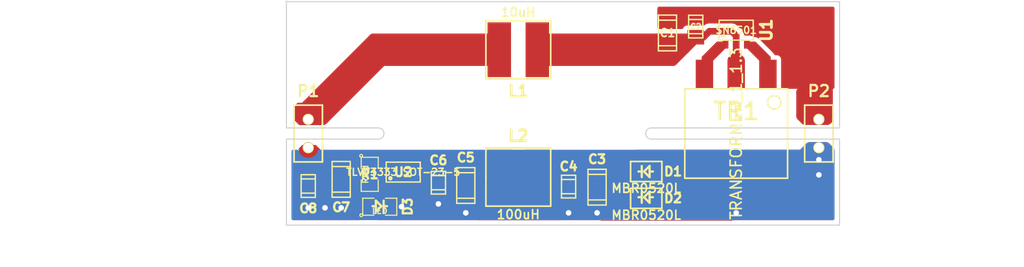
<source format=kicad_pcb>
(kicad_pcb (version 3) (host pcbnew "(2013-07-07 BZR 4022)-stable")

  (general
    (links 35)
    (no_connects 0)
    (area 74.500002 87.943503 163.864286 113.700001)
    (thickness 1.6)
    (drawings 41)
    (tracks 196)
    (zones 0)
    (modules 19)
    (nets 13)
  )

  (page A3)
  (title_block 
    (title "C2000 Launchpad (LAUNCHXL-F28027) isolated supply PCB")
    (rev A)
    (company "Mikolaj Stawiski")
    (comment 1 mikolaj.stawiski@gmail.com)
  )

  (layers
    (15 F.Cu signal)
    (0 B.Cu signal)
    (19 F.Paste user)
    (21 F.SilkS user)
    (22 B.Mask user)
    (23 F.Mask user)
    (24 Dwgs.User user)
    (28 Edge.Cuts user)
  )

  (setup
    (last_trace_width 0.254)
    (user_trace_width 0.5)
    (user_trace_width 0.6)
    (user_trace_width 0.7)
    (user_trace_width 0.8)
    (user_trace_width 1)
    (trace_clearance 0.254)
    (zone_clearance 0.4)
    (zone_45_only yes)
    (trace_min 0.254)
    (segment_width 0.2)
    (edge_width 0.1)
    (via_size 1)
    (via_drill 0.5)
    (via_min_size 0.8)
    (via_min_drill 0.5)
    (uvia_size 0.508)
    (uvia_drill 0.127)
    (uvias_allowed no)
    (uvia_min_size 0.508)
    (uvia_min_drill 0.127)
    (pcb_text_width 0.3)
    (pcb_text_size 1.5 1.5)
    (mod_edge_width 0.15)
    (mod_text_size 1 1)
    (mod_text_width 0.15)
    (pad_size 1.3 1.3)
    (pad_drill 0.8)
    (pad_to_mask_clearance 0.1)
    (solder_mask_min_width 0.2)
    (aux_axis_origin 98 88)
    (visible_elements 7FFF7FFF)
    (pcbplotparams
      (layerselection 2097152)
      (usegerberextensions false)
      (excludeedgelayer true)
      (linewidth 0.150000)
      (plotframeref false)
      (viasonmask false)
      (mode 1)
      (useauxorigin false)
      (hpglpennumber 1)
      (hpglpenspeed 20)
      (hpglpendiameter 15)
      (hpglpenoverlay 2)
      (psnegative false)
      (psa4output false)
      (plotreference true)
      (plotvalue false)
      (plotothertext false)
      (plotinvisibletext false)
      (padsonsilk false)
      (subtractmaskfromsilk false)
      (outputformat 5)
      (mirror false)
      (drillshape 0)
      (scaleselection 1)
      (outputdirectory svg/))
  )

  (net 0 "")
  (net 1 3.3V)
  (net 2 "3.3V isol")
  (net 3 GND)
  (net 4 GND_isol)
  (net 5 N-000001)
  (net 6 N-0000010)
  (net 7 N-0000011)
  (net 8 N-0000012)
  (net 9 N-000002)
  (net 10 N-000003)
  (net 11 N-000007)
  (net 12 N-000009)

  (net_class Default "To jest domyślna klasa połączeń."
    (clearance 0.254)
    (trace_width 0.254)
    (via_dia 1)
    (via_drill 0.5)
    (uvia_dia 0.508)
    (uvia_drill 0.127)
    (add_net "")
    (add_net 3.3V)
    (add_net "3.3V isol")
    (add_net GND)
    (add_net GND_isol)
    (add_net N-000001)
    (add_net N-0000010)
    (add_net N-0000011)
    (add_net N-0000012)
    (add_net N-000002)
    (add_net N-000003)
    (add_net N-000007)
    (add_net N-000009)
  )

  (module SOT23-5 (layer F.Cu) (tedit 5908B890) (tstamp 559BBDB3)
    (at 138.25 90.55)
    (path /5599056C)
    (attr smd)
    (fp_text reference U1 (at 2.7 0 90) (layer F.SilkS)
      (effects (font (size 1 1) (thickness 0.25)))
    )
    (fp_text value SN6501 (at 0 0) (layer F.SilkS)
      (effects (font (size 0.635 0.635) (thickness 0.127)))
    )
    (fp_line (start 1.524 -0.889) (end 1.524 0.889) (layer F.SilkS) (width 0.127))
    (fp_line (start 1.524 0.889) (end -1.524 0.889) (layer F.SilkS) (width 0.127))
    (fp_line (start -1.524 0.889) (end -1.524 -0.889) (layer F.SilkS) (width 0.127))
    (fp_line (start -1.524 -0.889) (end 1.524 -0.889) (layer F.SilkS) (width 0.127))
    (pad 1 smd rect (at -0.9525 1.27) (size 0.508 0.762)
      (layers F.Cu F.Paste F.Mask)
      (net 11 N-000007)
    )
    (pad 3 smd rect (at 0.9525 1.27) (size 0.508 0.762)
      (layers F.Cu F.Paste F.Mask)
      (net 10 N-000003)
    )
    (pad 5 smd rect (at -0.9525 -1.27) (size 0.508 0.762)
      (layers F.Cu F.Paste F.Mask)
      (net 3 GND)
    )
    (pad 2 smd rect (at 0 1.27) (size 0.508 0.762)
      (layers F.Cu F.Paste F.Mask)
      (net 5 N-000001)
    )
    (pad 4 smd rect (at 0.9525 -1.27) (size 0.508 0.762)
      (layers F.Cu F.Paste F.Mask)
      (net 3 GND)
    )
    (model smd/SOT23_5.wrl
      (at (xyz 0 0 0))
      (scale (xyz 0.1 0.1 0.1))
      (rotate (xyz 0 0 0))
    )
  )

  (module SOT23-5 (layer F.Cu) (tedit 5908B8FC) (tstamp 559BBDC0)
    (at 108.45 103.25)
    (path /559AD40B)
    (attr smd)
    (fp_text reference U2 (at 0 0) (layer F.SilkS)
      (effects (font (size 0.8 0.8) (thickness 0.2)))
    )
    (fp_text value "TLV73333 SOT-23-5" (at 0 0) (layer F.SilkS)
      (effects (font (size 0.635 0.635) (thickness 0.127)))
    )
    (fp_line (start 1.524 -0.889) (end 1.524 0.889) (layer F.SilkS) (width 0.127))
    (fp_line (start 1.524 0.889) (end -1.524 0.889) (layer F.SilkS) (width 0.127))
    (fp_line (start -1.524 0.889) (end -1.524 -0.889) (layer F.SilkS) (width 0.127))
    (fp_line (start -1.524 -0.889) (end 1.524 -0.889) (layer F.SilkS) (width 0.127))
    (pad 1 smd rect (at -0.9525 1.27) (size 0.508 0.762)
      (layers F.Cu F.Paste F.Mask)
      (net 8 N-0000012)
    )
    (pad 3 smd rect (at 0.9525 1.27) (size 0.508 0.762)
      (layers F.Cu F.Paste F.Mask)
      (net 8 N-0000012)
    )
    (pad 5 smd rect (at -0.9525 -1.27) (size 0.508 0.762)
      (layers F.Cu F.Paste F.Mask)
      (net 2 "3.3V isol")
    )
    (pad 2 smd rect (at 0 1.27) (size 0.508 0.762)
      (layers F.Cu F.Paste F.Mask)
      (net 4 GND_isol)
    )
    (pad 4 smd rect (at 0.9525 -1.27) (size 0.508 0.762)
      (layers F.Cu F.Paste F.Mask)
    )
    (model smd/SOT23_5.wrl
      (at (xyz 0 0 0))
      (scale (xyz 0.1 0.1 0.1))
      (rotate (xyz 0 0 0))
    )
  )

  (module SOD-123 (layer F.Cu) (tedit 5908BDD8) (tstamp 559BBDCE)
    (at 130.2 103.2 180)
    (path /55991307)
    (fp_text reference D1 (at -2.4 0 180) (layer F.SilkS)
      (effects (font (size 0.8 0.8) (thickness 0.2)))
    )
    (fp_text value MBR0520L (at 0 -1.5 180) (layer F.SilkS)
      (effects (font (size 0.8 0.8) (thickness 0.15)))
    )
    (fp_line (start 0 -0.9) (end -1.4 -0.9) (layer F.SilkS) (width 0.15))
    (fp_line (start -1.4 -0.9) (end -1.4 0) (layer F.SilkS) (width 0.15))
    (fp_line (start -1.4 0) (end -1.4 0.9) (layer F.SilkS) (width 0.15))
    (fp_line (start -1.4 0.9) (end 0 0.9) (layer F.SilkS) (width 0.15))
    (fp_line (start 0 0.9) (end 1.4 0.9) (layer F.SilkS) (width 0.15))
    (fp_line (start 1.4 0.9) (end 1.4 0) (layer F.SilkS) (width 0.15))
    (fp_line (start 1.4 0) (end 1.4 -0.9) (layer F.SilkS) (width 0.15))
    (fp_line (start 1.4 -0.9) (end 0 -0.9) (layer F.SilkS) (width 0.15))
    (pad 1 smd rect (at -1.635 0 180) (size 0.91 1.22)
      (layers F.Cu F.Paste F.Mask)
      (net 6 N-0000010)
    )
    (pad 2 smd rect (at 1.635 0 180) (size 0.91 1.22)
      (layers F.Cu F.Paste F.Mask)
      (net 12 N-000009)
    )
  )

  (module SOD-123 (layer F.Cu) (tedit 5908BDDD) (tstamp 559BBDDC)
    (at 130.2 105.6 180)
    (path /55991316)
    (fp_text reference D2 (at -2.4 0 180) (layer F.SilkS)
      (effects (font (size 0.8 0.8) (thickness 0.2)))
    )
    (fp_text value MBR0520L (at 0 -1.5 180) (layer F.SilkS)
      (effects (font (size 0.8 0.8) (thickness 0.15)))
    )
    (fp_line (start 0 -0.9) (end -1.4 -0.9) (layer F.SilkS) (width 0.15))
    (fp_line (start -1.4 -0.9) (end -1.4 0) (layer F.SilkS) (width 0.15))
    (fp_line (start -1.4 0) (end -1.4 0.9) (layer F.SilkS) (width 0.15))
    (fp_line (start -1.4 0.9) (end 0 0.9) (layer F.SilkS) (width 0.15))
    (fp_line (start 0 0.9) (end 1.4 0.9) (layer F.SilkS) (width 0.15))
    (fp_line (start 1.4 0.9) (end 1.4 0) (layer F.SilkS) (width 0.15))
    (fp_line (start 1.4 0) (end 1.4 -0.9) (layer F.SilkS) (width 0.15))
    (fp_line (start 1.4 -0.9) (end 0 -0.9) (layer F.SilkS) (width 0.15))
    (pad 1 smd rect (at -1.635 0 180) (size 0.91 1.22)
      (layers F.Cu F.Paste F.Mask)
      (net 7 N-0000011)
    )
    (pad 2 smd rect (at 1.635 0 180) (size 0.91 1.22)
      (layers F.Cu F.Paste F.Mask)
      (net 12 N-000009)
    )
  )

  (module SM0805 (layer F.Cu) (tedit 5908B90A) (tstamp 559BBDE9)
    (at 105.45 103.45 270)
    (path /559AD6C6)
    (attr smd)
    (fp_text reference R1 (at 0 0 360) (layer F.SilkS)
      (effects (font (size 0.8 0.8) (thickness 0.2)))
    )
    (fp_text value Rled (at 0 0.381 270) (layer F.SilkS)
      (effects (font (size 0.50038 0.50038) (thickness 0.10922)))
    )
    (fp_circle (center -1.651 0.762) (end -1.651 0.635) (layer F.SilkS) (width 0.09906))
    (fp_line (start -0.508 0.762) (end -1.524 0.762) (layer F.SilkS) (width 0.09906))
    (fp_line (start -1.524 0.762) (end -1.524 -0.762) (layer F.SilkS) (width 0.09906))
    (fp_line (start -1.524 -0.762) (end -0.508 -0.762) (layer F.SilkS) (width 0.09906))
    (fp_line (start 0.508 -0.762) (end 1.524 -0.762) (layer F.SilkS) (width 0.09906))
    (fp_line (start 1.524 -0.762) (end 1.524 0.762) (layer F.SilkS) (width 0.09906))
    (fp_line (start 1.524 0.762) (end 0.508 0.762) (layer F.SilkS) (width 0.09906))
    (pad 1 smd rect (at -0.9525 0 270) (size 0.889 1.397)
      (layers F.Cu F.Paste F.Mask)
      (net 2 "3.3V isol")
    )
    (pad 2 smd rect (at 0.9525 0 270) (size 0.889 1.397)
      (layers F.Cu F.Paste F.Mask)
      (net 9 N-000002)
    )
    (model smd/chip_cms.wrl
      (at (xyz 0 0 0))
      (scale (xyz 0.1 0.1 0.1))
      (rotate (xyz 0 0 0))
    )
  )

  (module SM0805 (layer F.Cu) (tedit 5908B944) (tstamp 559BBDF6)
    (at 106.35 106.35)
    (path /559AD6D5)
    (attr smd)
    (fp_text reference D3 (at 2.5 0 90) (layer F.SilkS)
      (effects (font (size 0.8 0.8) (thickness 0.2)))
    )
    (fp_text value LED (at 0 0.381) (layer F.SilkS)
      (effects (font (size 0.50038 0.50038) (thickness 0.10922)))
    )
    (fp_circle (center -1.651 0.762) (end -1.651 0.635) (layer F.SilkS) (width 0.09906))
    (fp_line (start -0.508 0.762) (end -1.524 0.762) (layer F.SilkS) (width 0.09906))
    (fp_line (start -1.524 0.762) (end -1.524 -0.762) (layer F.SilkS) (width 0.09906))
    (fp_line (start -1.524 -0.762) (end -0.508 -0.762) (layer F.SilkS) (width 0.09906))
    (fp_line (start 0.508 -0.762) (end 1.524 -0.762) (layer F.SilkS) (width 0.09906))
    (fp_line (start 1.524 -0.762) (end 1.524 0.762) (layer F.SilkS) (width 0.09906))
    (fp_line (start 1.524 0.762) (end 0.508 0.762) (layer F.SilkS) (width 0.09906))
    (pad 1 smd rect (at -0.9525 0) (size 0.889 1.397)
      (layers F.Cu F.Paste F.Mask)
      (net 9 N-000002)
    )
    (pad 2 smd rect (at 0.9525 0) (size 0.889 1.397)
      (layers F.Cu F.Paste F.Mask)
      (net 4 GND_isol)
    )
    (model smd/chip_cms.wrl
      (at (xyz 0 0 0))
      (scale (xyz 0.1 0.1 0.1))
      (rotate (xyz 0 0 0))
    )
  )

  (module PIN_ARRAY_2X1 (layer F.Cu) (tedit 5908B821) (tstamp 5908B5A4)
    (at 99.95 99.8 90)
    (descr "Connecteurs 2 pins")
    (tags "CONN DEV")
    (path /55990836)
    (fp_text reference P1 (at 3.8 0 180) (layer F.SilkS)
      (effects (font (size 1 1) (thickness 0.2)))
    )
    (fp_text value CONN_2 (at 0 -1.905 90) (layer F.SilkS) hide
      (effects (font (size 0.762 0.762) (thickness 0.1524)))
    )
    (fp_line (start -2.54 1.27) (end -2.54 -1.27) (layer F.SilkS) (width 0.1524))
    (fp_line (start -2.54 -1.27) (end 2.54 -1.27) (layer F.SilkS) (width 0.1524))
    (fp_line (start 2.54 -1.27) (end 2.54 1.27) (layer F.SilkS) (width 0.1524))
    (fp_line (start 2.54 1.27) (end -2.54 1.27) (layer F.SilkS) (width 0.1524))
    (pad 1 thru_hole circle (at -1.27 0 90) (size 1 1) (drill 0.8)
      (layers *.Cu *.Mask F.SilkS)
      (net 2 "3.3V isol")
    )
    (pad 2 thru_hole circle (at 1.27 0 90) (size 1 1) (drill 0.8)
      (layers *.Cu *.Mask F.SilkS)
      (net 1 3.3V)
    )
    (model pin_array/pins_array_2x1.wrl
      (at (xyz 0 0 0))
      (scale (xyz 1 1 1))
      (rotate (xyz 0 0 0))
    )
  )

  (module PIN_ARRAY_2X1 (layer F.Cu) (tedit 5908B838) (tstamp 5909154F)
    (at 145.65 99.8 90)
    (descr "Connecteurs 2 pins")
    (tags "CONN DEV")
    (path /559ADB7F)
    (fp_text reference P2 (at 3.8 0 180) (layer F.SilkS)
      (effects (font (size 1 1) (thickness 0.2)))
    )
    (fp_text value CONN_2 (at 0 -1.905 90) (layer F.SilkS) hide
      (effects (font (size 0.762 0.762) (thickness 0.1524)))
    )
    (fp_line (start -2.54 1.27) (end -2.54 -1.27) (layer F.SilkS) (width 0.1524))
    (fp_line (start -2.54 -1.27) (end 2.54 -1.27) (layer F.SilkS) (width 0.1524))
    (fp_line (start 2.54 -1.27) (end 2.54 1.27) (layer F.SilkS) (width 0.1524))
    (fp_line (start 2.54 1.27) (end -2.54 1.27) (layer F.SilkS) (width 0.1524))
    (pad 1 thru_hole circle (at -1.27 0 90) (size 1 1) (drill 0.8)
      (layers *.Cu *.Mask F.SilkS)
      (net 4 GND_isol)
    )
    (pad 2 thru_hole circle (at 1.27 0 90) (size 1 1) (drill 0.8)
      (layers *.Cu *.Mask F.SilkS)
      (net 3 GND)
    )
    (model pin_array/pins_array_2x1.wrl
      (at (xyz 0 0 0))
      (scale (xyz 1 1 1))
      (rotate (xyz 0 0 0))
    )
  )

  (module c_1206 (layer F.Cu) (tedit 5908B874) (tstamp 559BBE16)
    (at 132.1 90.8 270)
    (descr "SMT capacitor, 1206")
    (path /559905D2)
    (fp_text reference C1 (at 0 0 360) (layer F.SilkS)
      (effects (font (size 0.7 0.7) (thickness 0.15)))
    )
    (fp_text value 4.7u (at 0 1.27 270) (layer F.SilkS) hide
      (effects (font (size 0.50038 0.50038) (thickness 0.11938)))
    )
    (fp_line (start 1.143 0.8128) (end 1.143 -0.8128) (layer F.SilkS) (width 0.127))
    (fp_line (start -1.143 -0.8128) (end -1.143 0.8128) (layer F.SilkS) (width 0.127))
    (fp_line (start -1.6002 -0.8128) (end -1.6002 0.8128) (layer F.SilkS) (width 0.127))
    (fp_line (start -1.6002 0.8128) (end 1.6002 0.8128) (layer F.SilkS) (width 0.127))
    (fp_line (start 1.6002 0.8128) (end 1.6002 -0.8128) (layer F.SilkS) (width 0.127))
    (fp_line (start 1.6002 -0.8128) (end -1.6002 -0.8128) (layer F.SilkS) (width 0.127))
    (pad 1 smd rect (at 1.397 0 270) (size 1.6002 1.8034)
      (layers F.Cu F.Paste F.Mask)
      (net 5 N-000001)
    )
    (pad 2 smd rect (at -1.397 0 270) (size 1.6002 1.8034)
      (layers F.Cu F.Paste F.Mask)
      (net 3 GND)
    )
    (model smd/capacitors/c_1206.wrl
      (at (xyz 0 0 0))
      (scale (xyz 1 1 1))
      (rotate (xyz 0 0 0))
    )
  )

  (module c_1206 (layer F.Cu) (tedit 5908B8C7) (tstamp 559BBE22)
    (at 125.8 104.6 90)
    (descr "SMT capacitor, 1206")
    (path /5599139F)
    (fp_text reference C3 (at 2.5 0 180) (layer F.SilkS)
      (effects (font (size 0.8 0.8) (thickness 0.2)))
    )
    (fp_text value 4.7u (at 0 1.27 90) (layer F.SilkS) hide
      (effects (font (size 0.50038 0.50038) (thickness 0.11938)))
    )
    (fp_line (start 1.143 0.8128) (end 1.143 -0.8128) (layer F.SilkS) (width 0.127))
    (fp_line (start -1.143 -0.8128) (end -1.143 0.8128) (layer F.SilkS) (width 0.127))
    (fp_line (start -1.6002 -0.8128) (end -1.6002 0.8128) (layer F.SilkS) (width 0.127))
    (fp_line (start -1.6002 0.8128) (end 1.6002 0.8128) (layer F.SilkS) (width 0.127))
    (fp_line (start 1.6002 0.8128) (end 1.6002 -0.8128) (layer F.SilkS) (width 0.127))
    (fp_line (start 1.6002 -0.8128) (end -1.6002 -0.8128) (layer F.SilkS) (width 0.127))
    (pad 1 smd rect (at 1.397 0 90) (size 1.6002 1.8034)
      (layers F.Cu F.Paste F.Mask)
      (net 12 N-000009)
    )
    (pad 2 smd rect (at -1.397 0 90) (size 1.6002 1.8034)
      (layers F.Cu F.Paste F.Mask)
      (net 4 GND_isol)
    )
    (model smd/capacitors/c_1206.wrl
      (at (xyz 0 0 0))
      (scale (xyz 1 1 1))
      (rotate (xyz 0 0 0))
    )
  )

  (module c_1206 (layer F.Cu) (tedit 5908B935) (tstamp 559BBE2E)
    (at 102.9 103.9 90)
    (descr "SMT capacitor, 1206")
    (path /559AE1A5)
    (fp_text reference C7 (at -2.5 0 180) (layer F.SilkS)
      (effects (font (size 0.8 0.8) (thickness 0.2)))
    )
    (fp_text value 4.7u (at 0 1.27 90) (layer F.SilkS) hide
      (effects (font (size 0.50038 0.50038) (thickness 0.11938)))
    )
    (fp_line (start 1.143 0.8128) (end 1.143 -0.8128) (layer F.SilkS) (width 0.127))
    (fp_line (start -1.143 -0.8128) (end -1.143 0.8128) (layer F.SilkS) (width 0.127))
    (fp_line (start -1.6002 -0.8128) (end -1.6002 0.8128) (layer F.SilkS) (width 0.127))
    (fp_line (start -1.6002 0.8128) (end 1.6002 0.8128) (layer F.SilkS) (width 0.127))
    (fp_line (start 1.6002 0.8128) (end 1.6002 -0.8128) (layer F.SilkS) (width 0.127))
    (fp_line (start 1.6002 -0.8128) (end -1.6002 -0.8128) (layer F.SilkS) (width 0.127))
    (pad 1 smd rect (at 1.397 0 90) (size 1.6002 1.8034)
      (layers F.Cu F.Paste F.Mask)
      (net 2 "3.3V isol")
    )
    (pad 2 smd rect (at -1.397 0 90) (size 1.6002 1.8034)
      (layers F.Cu F.Paste F.Mask)
      (net 4 GND_isol)
    )
    (model smd/capacitors/c_1206.wrl
      (at (xyz 0 0 0))
      (scale (xyz 1 1 1))
      (rotate (xyz 0 0 0))
    )
  )

  (module c_1206 (layer F.Cu) (tedit 5908B8E5) (tstamp 559BBE3A)
    (at 114.05 104.45 90)
    (descr "SMT capacitor, 1206")
    (path /55991455)
    (fp_text reference C5 (at 2.5 0 180) (layer F.SilkS)
      (effects (font (size 0.8 0.8) (thickness 0.2)))
    )
    (fp_text value 4.7u (at 0 1.27 90) (layer F.SilkS) hide
      (effects (font (size 0.50038 0.50038) (thickness 0.11938)))
    )
    (fp_line (start 1.143 0.8128) (end 1.143 -0.8128) (layer F.SilkS) (width 0.127))
    (fp_line (start -1.143 -0.8128) (end -1.143 0.8128) (layer F.SilkS) (width 0.127))
    (fp_line (start -1.6002 -0.8128) (end -1.6002 0.8128) (layer F.SilkS) (width 0.127))
    (fp_line (start -1.6002 0.8128) (end 1.6002 0.8128) (layer F.SilkS) (width 0.127))
    (fp_line (start 1.6002 0.8128) (end 1.6002 -0.8128) (layer F.SilkS) (width 0.127))
    (fp_line (start 1.6002 -0.8128) (end -1.6002 -0.8128) (layer F.SilkS) (width 0.127))
    (pad 1 smd rect (at 1.397 0 90) (size 1.6002 1.8034)
      (layers F.Cu F.Paste F.Mask)
      (net 8 N-0000012)
    )
    (pad 2 smd rect (at -1.397 0 90) (size 1.6002 1.8034)
      (layers F.Cu F.Paste F.Mask)
      (net 4 GND_isol)
    )
    (model smd/capacitors/c_1206.wrl
      (at (xyz 0 0 0))
      (scale (xyz 1 1 1))
      (rotate (xyz 0 0 0))
    )
  )

  (module c_0805 (layer F.Cu) (tedit 5908B92C) (tstamp 59091789)
    (at 99.95 104.5 90)
    (descr "SMT capacitor, 0805")
    (path /559AE1AB)
    (fp_text reference C8 (at -2 0 180) (layer F.SilkS)
      (effects (font (size 0.8 0.8) (thickness 0.2)))
    )
    (fp_text value 100n (at 0 0.9906 90) (layer F.SilkS) hide
      (effects (font (size 0.29972 0.29972) (thickness 0.06096)))
    )
    (fp_line (start 0.635 -0.635) (end 0.635 0.635) (layer F.SilkS) (width 0.127))
    (fp_line (start -0.635 -0.635) (end -0.635 0.6096) (layer F.SilkS) (width 0.127))
    (fp_line (start -1.016 -0.635) (end 1.016 -0.635) (layer F.SilkS) (width 0.127))
    (fp_line (start 1.016 -0.635) (end 1.016 0.635) (layer F.SilkS) (width 0.127))
    (fp_line (start 1.016 0.635) (end -1.016 0.635) (layer F.SilkS) (width 0.127))
    (fp_line (start -1.016 0.635) (end -1.016 -0.635) (layer F.SilkS) (width 0.127))
    (pad 1 smd rect (at 0.9525 0 90) (size 1.30048 1.4986)
      (layers F.Cu F.Paste F.Mask)
      (net 2 "3.3V isol")
    )
    (pad 2 smd rect (at -0.9525 0 90) (size 1.30048 1.4986)
      (layers F.Cu F.Paste F.Mask)
      (net 4 GND_isol)
    )
    (model smd/capacitors/c_0805.wrl
      (at (xyz 0 0 0))
      (scale (xyz 1 1 1))
      (rotate (xyz 0 0 0))
    )
  )

  (module c_0805 (layer F.Cu) (tedit 5908B8F1) (tstamp 559BBE52)
    (at 111.6 104.2 90)
    (descr "SMT capacitor, 0805")
    (path /5599145B)
    (fp_text reference C6 (at 2 0 180) (layer F.SilkS)
      (effects (font (size 0.8 0.8) (thickness 0.2)))
    )
    (fp_text value 100n (at 0 0.9906 90) (layer F.SilkS) hide
      (effects (font (size 0.29972 0.29972) (thickness 0.06096)))
    )
    (fp_line (start 0.635 -0.635) (end 0.635 0.635) (layer F.SilkS) (width 0.127))
    (fp_line (start -0.635 -0.635) (end -0.635 0.6096) (layer F.SilkS) (width 0.127))
    (fp_line (start -1.016 -0.635) (end 1.016 -0.635) (layer F.SilkS) (width 0.127))
    (fp_line (start 1.016 -0.635) (end 1.016 0.635) (layer F.SilkS) (width 0.127))
    (fp_line (start 1.016 0.635) (end -1.016 0.635) (layer F.SilkS) (width 0.127))
    (fp_line (start -1.016 0.635) (end -1.016 -0.635) (layer F.SilkS) (width 0.127))
    (pad 1 smd rect (at 0.9525 0 90) (size 1.30048 1.4986)
      (layers F.Cu F.Paste F.Mask)
      (net 8 N-0000012)
    )
    (pad 2 smd rect (at -0.9525 0 90) (size 1.30048 1.4986)
      (layers F.Cu F.Paste F.Mask)
      (net 4 GND_isol)
    )
    (model smd/capacitors/c_0805.wrl
      (at (xyz 0 0 0))
      (scale (xyz 1 1 1))
      (rotate (xyz 0 0 0))
    )
  )

  (module c_0805 (layer F.Cu) (tedit 5908B8D6) (tstamp 559BBE5E)
    (at 123.25 104.55 90)
    (descr "SMT capacitor, 0805")
    (path /559913AE)
    (fp_text reference C4 (at 1.8 0 180) (layer F.SilkS)
      (effects (font (size 0.8 0.8) (thickness 0.2)))
    )
    (fp_text value 100n (at 0 0.9906 90) (layer F.SilkS) hide
      (effects (font (size 0.29972 0.29972) (thickness 0.06096)))
    )
    (fp_line (start 0.635 -0.635) (end 0.635 0.635) (layer F.SilkS) (width 0.127))
    (fp_line (start -0.635 -0.635) (end -0.635 0.6096) (layer F.SilkS) (width 0.127))
    (fp_line (start -1.016 -0.635) (end 1.016 -0.635) (layer F.SilkS) (width 0.127))
    (fp_line (start 1.016 -0.635) (end 1.016 0.635) (layer F.SilkS) (width 0.127))
    (fp_line (start 1.016 0.635) (end -1.016 0.635) (layer F.SilkS) (width 0.127))
    (fp_line (start -1.016 0.635) (end -1.016 -0.635) (layer F.SilkS) (width 0.127))
    (pad 1 smd rect (at 0.9525 0 90) (size 1.30048 1.4986)
      (layers F.Cu F.Paste F.Mask)
      (net 12 N-000009)
    )
    (pad 2 smd rect (at -0.9525 0 90) (size 1.30048 1.4986)
      (layers F.Cu F.Paste F.Mask)
      (net 4 GND_isol)
    )
    (model smd/capacitors/c_0805.wrl
      (at (xyz 0 0 0))
      (scale (xyz 1 1 1))
      (rotate (xyz 0 0 0))
    )
  )

  (module c_0805 (layer F.Cu) (tedit 5908B87D) (tstamp 559BBE6A)
    (at 134.63 90.23 270)
    (descr "SMT capacitor, 0805")
    (path /559905C3)
    (fp_text reference C2 (at 0 0 360) (layer F.SilkS)
      (effects (font (size 0.5 0.5) (thickness 0.125)))
    )
    (fp_text value 100n (at 0 0.9906 270) (layer F.SilkS) hide
      (effects (font (size 0.29972 0.29972) (thickness 0.06096)))
    )
    (fp_line (start 0.635 -0.635) (end 0.635 0.635) (layer F.SilkS) (width 0.127))
    (fp_line (start -0.635 -0.635) (end -0.635 0.6096) (layer F.SilkS) (width 0.127))
    (fp_line (start -1.016 -0.635) (end 1.016 -0.635) (layer F.SilkS) (width 0.127))
    (fp_line (start 1.016 -0.635) (end 1.016 0.635) (layer F.SilkS) (width 0.127))
    (fp_line (start 1.016 0.635) (end -1.016 0.635) (layer F.SilkS) (width 0.127))
    (fp_line (start -1.016 0.635) (end -1.016 -0.635) (layer F.SilkS) (width 0.127))
    (pad 1 smd rect (at 0.9525 0 270) (size 1.30048 1.4986)
      (layers F.Cu F.Paste F.Mask)
      (net 5 N-000001)
    )
    (pad 2 smd rect (at -0.9525 0 270) (size 1.30048 1.4986)
      (layers F.Cu F.Paste F.Mask)
      (net 3 GND)
    )
    (model smd/capacitors/c_0805.wrl
      (at (xyz 0 0 0))
      (scale (xyz 1 1 1))
      (rotate (xyz 0 0 0))
    )
  )

  (module transf_isol_wurth (layer F.Cu) (tedit 5908B8A0) (tstamp 559BBDA6)
    (at 138.25 99.8 270)
    (path /55991248)
    (fp_text reference TR1 (at -2 0 360) (layer F.SilkS)
      (effects (font (size 1.5 1.5) (thickness 0.25)))
    )
    (fp_text value TRANSFORMER_1_1.3 (at 0 0 270) (layer F.SilkS)
      (effects (font (size 1 1) (thickness 0.15)))
    )
    (fp_circle (center -2.8 -3.4) (end -2.2 -3.4) (layer F.SilkS) (width 0.15))
    (fp_line (start 0 -4.6) (end -4 -4.6) (layer F.SilkS) (width 0.15))
    (fp_line (start -4 -4.6) (end -4 0) (layer F.SilkS) (width 0.15))
    (fp_line (start -4 0) (end -4 4.6) (layer F.SilkS) (width 0.15))
    (fp_line (start -4 4.6) (end 0 4.6) (layer F.SilkS) (width 0.15))
    (fp_line (start 0 4.6) (end 4 4.6) (layer F.SilkS) (width 0.15))
    (fp_line (start 4 4.6) (end 4 0) (layer F.SilkS) (width 0.15))
    (fp_line (start 4 0) (end 4 -4.6) (layer F.SilkS) (width 0.15))
    (fp_line (start 4 -4.6) (end 0 -4.6) (layer F.SilkS) (width 0.15))
    (pad 1 smd rect (at -5.305 -2.84 270) (size 2.6 1.56)
      (layers F.Cu F.Paste F.Mask)
      (net 10 N-000003)
    )
    (pad 2 smd rect (at -5.305 0 270) (size 2.6 1.56)
      (layers F.Cu F.Paste F.Mask)
      (net 5 N-000001)
    )
    (pad 3 smd rect (at -5.305 2.84 270) (size 2.6 1.56)
      (layers F.Cu F.Paste F.Mask)
      (net 11 N-000007)
    )
    (pad 4 smd rect (at 5.305 2.84 270) (size 2.6 1.56)
      (layers F.Cu F.Paste F.Mask)
      (net 7 N-0000011)
    )
    (pad 5 smd rect (at 5.305 0 270) (size 2.6 1.56)
      (layers F.Cu F.Paste F.Mask)
      (net 4 GND_isol)
    )
    (pad 6 smd rect (at 5.305 -2.84 270) (size 2.6 1.56)
      (layers F.Cu F.Paste F.Mask)
      (net 6 N-0000010)
    )
  )

  (module VLCF5020 (layer F.Cu) (tedit 5908B867) (tstamp 559BBD94)
    (at 118.75 103.7 180)
    (path /55991448)
    (fp_text reference L2 (at 0 3.7 180) (layer F.SilkS)
      (effects (font (size 1 1) (thickness 0.25)))
    )
    (fp_text value 100uH (at 0 -3.35 180) (layer F.SilkS)
      (effects (font (size 0.8 0.8) (thickness 0.15)))
    )
    (fp_line (start -2.9 -2.6) (end 2.9 -2.6) (layer F.SilkS) (width 0.15))
    (fp_line (start 2.9 -2.6) (end 2.9 0) (layer F.SilkS) (width 0.15))
    (fp_line (start 2.9 0) (end 2.9 2.6) (layer F.SilkS) (width 0.15))
    (fp_line (start 2.9 2.6) (end 0 2.6) (layer F.SilkS) (width 0.15))
    (fp_line (start 0 2.6) (end -2.9 2.6) (layer F.SilkS) (width 0.15))
    (fp_line (start -2.9 2.6) (end -2.9 -2.6) (layer F.SilkS) (width 0.15))
    (pad 1 smd rect (at -1.7 0 180) (size 2.1 4.9)
      (layers F.Cu F.Paste F.Mask)
      (net 12 N-000009)
    )
    (pad 2 smd rect (at 1.7 0 180) (size 2.1 4.9)
      (layers F.Cu F.Paste F.Mask)
      (net 8 N-0000012)
    )
  )

  (module VLCF5020 (layer F.Cu) (tedit 5908B854) (tstamp 559BBD8E)
    (at 118.75 92.3)
    (path /559905B4)
    (fp_text reference L1 (at 0 3.7) (layer F.SilkS)
      (effects (font (size 1 1) (thickness 0.25)))
    )
    (fp_text value 10uH (at 0 -3.35) (layer F.SilkS)
      (effects (font (size 0.8 0.8) (thickness 0.15)))
    )
    (fp_line (start -2.9 -2.6) (end 2.9 -2.6) (layer F.SilkS) (width 0.15))
    (fp_line (start 2.9 -2.6) (end 2.9 0) (layer F.SilkS) (width 0.15))
    (fp_line (start 2.9 0) (end 2.9 2.6) (layer F.SilkS) (width 0.15))
    (fp_line (start 2.9 2.6) (end 0 2.6) (layer F.SilkS) (width 0.15))
    (fp_line (start 0 2.6) (end -2.9 2.6) (layer F.SilkS) (width 0.15))
    (fp_line (start -2.9 2.6) (end -2.9 -2.6) (layer F.SilkS) (width 0.15))
    (pad 1 smd rect (at -1.7 0) (size 2.1 4.9)
      (layers F.Cu F.Paste F.Mask)
      (net 1 3.3V)
    )
    (pad 2 smd rect (at 1.7 0) (size 2.1 4.9)
      (layers F.Cu F.Paste F.Mask)
      (net 5 N-000001)
    )
  )

  (gr_circle (center 107.3 103.8) (end 107.4 103.8) (layer F.SilkS) (width 0.2))
  (gr_circle (center 137.1 91.1) (end 137.2 91.1) (layer F.SilkS) (width 0.2))
  (gr_line (start 130.6 105.5) (end 130.8 105.5) (angle 90) (layer F.SilkS) (width 0.2) (tstamp 5908BDA5))
  (gr_line (start 129.7 105.5) (end 129.5 105.5) (angle 90) (layer F.SilkS) (width 0.2) (tstamp 5908BDA4))
  (gr_line (start 129.8 106) (end 129.8 105) (angle 90) (layer F.SilkS) (width 0.2) (tstamp 5908BDA3))
  (gr_line (start 130.5 106) (end 130 105.5) (angle 90) (layer F.SilkS) (width 0.2) (tstamp 5908BDA2))
  (gr_line (start 130.5 105) (end 130 105.5) (angle 90) (layer F.SilkS) (width 0.2) (tstamp 5908BDA1))
  (gr_line (start 130.5 106) (end 130.5 105) (angle 90) (layer F.SilkS) (width 0.2) (tstamp 5908BDA0))
  (gr_line (start 130.5 103.7) (end 130.5 102.7) (angle 90) (layer F.SilkS) (width 0.2) (tstamp 5908BD9F))
  (gr_line (start 130.5 102.7) (end 130 103.2) (angle 90) (layer F.SilkS) (width 0.2) (tstamp 5908BD9E))
  (gr_line (start 130.5 103.7) (end 130 103.2) (angle 90) (layer F.SilkS) (width 0.2) (tstamp 5908BD9D))
  (gr_line (start 129.8 103.7) (end 129.8 102.7) (angle 90) (layer F.SilkS) (width 0.2) (tstamp 5908BD9C))
  (gr_line (start 129.7 103.2) (end 129.5 103.2) (angle 90) (layer F.SilkS) (width 0.2) (tstamp 5908BD9B))
  (gr_line (start 130.6 103.2) (end 130.8 103.2) (angle 90) (layer F.SilkS) (width 0.2) (tstamp 5908BD9A))
  (gr_line (start 105.9 106.3) (end 105.7 106.3) (angle 90) (layer F.SilkS) (width 0.2))
  (gr_line (start 106.8 106.3) (end 107 106.3) (angle 90) (layer F.SilkS) (width 0.2))
  (gr_line (start 106.7 105.8) (end 106.7 106.8) (angle 90) (layer F.SilkS) (width 0.2))
  (gr_line (start 106 105.8) (end 106.5 106.3) (angle 90) (layer F.SilkS) (width 0.2))
  (gr_line (start 106 106.8) (end 106.5 106.3) (angle 90) (layer F.SilkS) (width 0.2))
  (gr_line (start 106 105.8) (end 106 106.8) (angle 90) (layer F.SilkS) (width 0.2))
  (gr_text Vout_GND_ISO (at 156 102) (layer Dwgs.User)
    (effects (font (size 1.5 1.5) (thickness 0.3)))
  )
  (gr_text Vin_GND (at 153 98) (layer Dwgs.User)
    (effects (font (size 1.5 1.5) (thickness 0.3)))
  )
  (dimension 49.5 (width 0.3) (layer Dwgs.User)
    (gr_text "49.5 mm" (at 122.75 112.35) (layer Dwgs.User)
      (effects (font (size 1.5 1.5) (thickness 0.3)))
    )
    (feature1 (pts (xy 147.5 108) (xy 147.5 113.7)))
    (feature2 (pts (xy 98 108) (xy 98 113.7)))
    (crossbar (pts (xy 98 111) (xy 147.5 111)))
    (arrow1a (pts (xy 147.5 111) (xy 146.373497 111.58642)))
    (arrow1b (pts (xy 147.5 111) (xy 146.373497 110.41358)))
    (arrow2a (pts (xy 98 111) (xy 99.126503 111.58642)))
    (arrow2b (pts (xy 98 111) (xy 99.126503 110.41358)))
  )
  (dimension 20 (width 0.3) (layer Dwgs.User)
    (gr_text "20 mm" (at 78.650001 97.999999 270) (layer Dwgs.User)
      (effects (font (size 1.5 1.5) (thickness 0.3)))
    )
    (feature1 (pts (xy 98 108) (xy 77.300001 107.999999)))
    (feature2 (pts (xy 98 88) (xy 77.300001 87.999999)))
    (crossbar (pts (xy 80.000001 87.999999) (xy 80.000001 107.999999)))
    (arrow1a (pts (xy 80.000001 107.999999) (xy 79.413581 106.873496)))
    (arrow1b (pts (xy 80.000001 107.999999) (xy 80.586421 106.873496)))
    (arrow2a (pts (xy 80.000001 87.999999) (xy 79.413581 89.126502)))
    (arrow2b (pts (xy 80.000001 87.999999) (xy 80.586421 89.126502)))
  )
  (gr_line (start 98 108) (end 98 100.3) (angle 90) (layer Edge.Cuts) (width 0.1))
  (gr_line (start 147.5 108) (end 147.5 100.3) (angle 90) (layer Edge.Cuts) (width 0.1))
  (gr_line (start 98 108) (end 147.5 108) (angle 90) (layer Edge.Cuts) (width 0.1))
  (gr_text Vout_3.3V_ISO (at 89.5 102) (layer Dwgs.User)
    (effects (font (size 1.5 1.5) (thickness 0.3)))
  )
  (gr_text Vin (at 95.5 98) (layer Dwgs.User)
    (effects (font (size 1.5 1.5) (thickness 0.3)))
  )
  (gr_line (start 147.5 88) (end 147.5 99.3) (angle 90) (layer Edge.Cuts) (width 0.1))
  (gr_arc (start 106.225 99.8) (end 106.725 99.8) (angle 90) (layer Edge.Cuts) (width 0.1))
  (gr_arc (start 106.225 99.8) (end 106.225 99.3) (angle 90) (layer Edge.Cuts) (width 0.1))
  (gr_arc (start 130.65 99.8) (end 130.65 100.3) (angle 90) (layer Edge.Cuts) (width 0.1))
  (gr_arc (start 130.65 99.8) (end 130.15 99.8) (angle 90) (layer Edge.Cuts) (width 0.1))
  (gr_line (start 147.5 100.3) (end 130.65 100.3) (angle 90) (layer Edge.Cuts) (width 0.1))
  (gr_line (start 147.5 99.3) (end 130.65 99.3) (angle 90) (layer Edge.Cuts) (width 0.1))
  (gr_line (start 98 88) (end 98 99.3) (angle 90) (layer Edge.Cuts) (width 0.1))
  (gr_line (start 98 100.3) (end 106.225 100.3) (angle 90) (layer Edge.Cuts) (width 0.1))
  (gr_line (start 98 99.3) (end 106.225 99.3) (angle 90) (layer Edge.Cuts) (width 0.1))
  (target plus (at 98 88) (size 0.005) (width 0.1) (layer Edge.Cuts))
  (gr_line (start 98 88) (end 147.5 88) (angle 90) (layer Edge.Cuts) (width 0.1))

  (segment (start 101.27 98.53) (end 101 98.8) (width 0.5) (layer F.Cu) (net 1))
  (segment (start 101 98.8) (end 99.25 98.8) (width 0.5) (layer F.Cu) (net 1) (tstamp 559BF785))
  (segment (start 99.25 98.8) (end 98.9 98.45) (width 0.5) (layer F.Cu) (net 1) (tstamp 559BF78A))
  (segment (start 98.9 98.45) (end 98.9 97.5) (width 0.5) (layer F.Cu) (net 1) (tstamp 559BF78C))
  (segment (start 98.9 97.5) (end 99.1 97.3) (width 0.5) (layer F.Cu) (net 1) (tstamp 559BF796))
  (segment (start 99.1 97.3) (end 99.85 97.3) (width 0.5) (layer F.Cu) (net 1) (tstamp 559BF79D))
  (segment (start 117.05 92.3) (end 116.1 91.35) (width 1) (layer F.Cu) (net 1))
  (segment (start 116.1 91.35) (end 105.8 91.35) (width 1) (layer F.Cu) (net 1) (tstamp 559BF74B))
  (segment (start 105.8 91.35) (end 99.85 97.3) (width 1) (layer F.Cu) (net 1) (tstamp 559BF74E))
  (segment (start 99.85 97.3) (end 99.35 97.8) (width 1) (layer F.Cu) (net 1) (tstamp 559BF7A0))
  (segment (start 99.35 97.8) (end 99.35 97.93) (width 1) (layer F.Cu) (net 1) (tstamp 559BF751))
  (segment (start 99.35 97.93) (end 99.95 98.53) (width 1) (layer F.Cu) (net 1) (tstamp 559BF758))
  (segment (start 117.05 92.3) (end 116.1 93.25) (width 1) (layer F.Cu) (net 1))
  (segment (start 116.1 93.25) (end 106.55 93.25) (width 1) (layer F.Cu) (net 1) (tstamp 559BF73F))
  (segment (start 106.55 93.25) (end 101.27 98.53) (width 1) (layer F.Cu) (net 1) (tstamp 559BF741))
  (segment (start 101.27 98.53) (end 99.95 98.53) (width 1) (layer F.Cu) (net 1) (tstamp 559BF746))
  (segment (start 117.05 92.3) (end 106.18 92.3) (width 1) (layer F.Cu) (net 1))
  (segment (start 106.18 92.3) (end 99.95 98.53) (width 1) (layer F.Cu) (net 1) (tstamp 559BF737))
  (segment (start 99.95 101.07) (end 100.52 101.07) (width 0.5) (layer F.Cu) (net 2))
  (segment (start 100.52 101.07) (end 101.953 102.503) (width 0.5) (layer F.Cu) (net 2) (tstamp 559BF6DA))
  (segment (start 101.953 102.503) (end 102.9 102.503) (width 0.5) (layer F.Cu) (net 2) (tstamp 559BF6DE))
  (segment (start 99.95 101.07) (end 99.53 101.07) (width 0.5) (layer F.Cu) (net 2))
  (segment (start 99.53 101.07) (end 99.35 101.25) (width 0.5) (layer F.Cu) (net 2) (tstamp 559BF6D1))
  (segment (start 99.35 101.25) (end 99.35 102.9475) (width 0.5) (layer F.Cu) (net 2) (tstamp 559BF6D4))
  (segment (start 99.35 102.9475) (end 99.95 103.5475) (width 0.5) (layer F.Cu) (net 2) (tstamp 559BF6D5))
  (segment (start 107.4975 101.98) (end 106.98 102.4975) (width 0.7) (layer F.Cu) (net 2))
  (segment (start 106.98 102.4975) (end 105.45 102.4975) (width 0.7) (layer F.Cu) (net 2) (tstamp 559BF3CF))
  (segment (start 107.4975 101.98) (end 105.9675 101.98) (width 0.7) (layer F.Cu) (net 2))
  (segment (start 105.9675 101.98) (end 105.45 102.4975) (width 0.7) (layer F.Cu) (net 2) (tstamp 559BF3C3))
  (segment (start 105.45 102.4975) (end 102.9055 102.4975) (width 1) (layer F.Cu) (net 2))
  (segment (start 102.9055 102.4975) (end 102.9 102.503) (width 1) (layer F.Cu) (net 2) (tstamp 559BF381))
  (segment (start 101.203 102.503) (end 100.9945 102.503) (width 1) (layer F.Cu) (net 2))
  (segment (start 100.9945 102.503) (end 99.95 103.5475) (width 1) (layer F.Cu) (net 2) (tstamp 559BF37E))
  (segment (start 102.9 102.503) (end 101.203 102.503) (width 1) (layer F.Cu) (net 2))
  (segment (start 101.203 102.503) (end 99.95 101.25) (width 1) (layer F.Cu) (net 2) (tstamp 559BF37A))
  (segment (start 99.95 101.25) (end 99.95 101.07) (width 1) (layer F.Cu) (net 2) (tstamp 559BF37D))
  (segment (start 99.95 101.07) (end 99.95 103.5475) (width 1) (layer F.Cu) (net 2))
  (segment (start 145.65 98.53) (end 146.37 98.53) (width 1) (layer F.Cu) (net 3))
  (segment (start 146.37 98.53) (end 146.4 98.5) (width 1) (layer F.Cu) (net 3) (tstamp 559BFA54))
  (segment (start 146.4 98.5) (end 146.4 97.78) (width 1) (layer F.Cu) (net 3) (tstamp 559BFA59))
  (segment (start 145.65 98.53) (end 144.455 98.53) (width 1) (layer F.Cu) (net 3))
  (segment (start 144.455 98.53) (end 144.125 98.2) (width 1) (layer F.Cu) (net 3) (tstamp 559BFA42))
  (segment (start 144.125 98.2) (end 144.125 96.125) (width 1) (layer F.Cu) (net 3) (tstamp 559BFA49))
  (segment (start 144.125 96.125) (end 144.875 95.375) (width 1) (layer F.Cu) (net 3) (tstamp 559BFA4C))
  (segment (start 145.65 98.53) (end 144.875 97.755) (width 1) (layer F.Cu) (net 3))
  (segment (start 144.875 97.755) (end 144.875 95.375) (width 1) (layer F.Cu) (net 3) (tstamp 559BFA3A))
  (segment (start 144.875 95.375) (end 145.65 94.6) (width 1) (layer F.Cu) (net 3) (tstamp 559BFA3C))
  (segment (start 145.65 98.53) (end 146.4 97.78) (width 1) (layer F.Cu) (net 3))
  (segment (start 146.4 97.78) (end 146.4 95.35) (width 1) (layer F.Cu) (net 3) (tstamp 559BFA2C))
  (segment (start 146.4 95.35) (end 145.65 94.6) (width 1) (layer F.Cu) (net 3) (tstamp 559BFA34))
  (segment (start 145.65 98.53) (end 145.65 94.6) (width 0.6) (layer F.Cu) (net 3))
  (segment (start 145.65 94.6) (end 145.65 93.65) (width 0.6) (layer F.Cu) (net 3) (tstamp 559BFA38))
  (segment (start 145.65 93.65) (end 141.28 89.28) (width 0.6) (layer F.Cu) (net 3) (tstamp 559BF6A9))
  (segment (start 141.28 89.28) (end 139.2025 89.28) (width 0.6) (layer F.Cu) (net 3) (tstamp 559BF6AB))
  (segment (start 134.63 89.2775) (end 132.2255 89.2775) (width 0.6) (layer F.Cu) (net 3))
  (segment (start 132.2255 89.2775) (end 132.1 89.403) (width 0.6) (layer F.Cu) (net 3) (tstamp 559BF6A6))
  (segment (start 137.2975 89.28) (end 134.6325 89.28) (width 0.6) (layer F.Cu) (net 3))
  (segment (start 134.6325 89.28) (end 134.63 89.2775) (width 0.6) (layer F.Cu) (net 3) (tstamp 559BF6A3))
  (segment (start 139.2025 89.28) (end 137.2975 89.28) (width 0.6) (layer F.Cu) (net 3))
  (segment (start 102.9 106.45) (end 108.2 106.45) (width 0.6) (layer B.Cu) (net 4))
  (segment (start 108.2 106.45) (end 108.3 106.35) (width 0.6) (layer B.Cu) (net 4) (tstamp 559CD42C))
  (via (at 145.65 103.5) (size 1) (layers F.Cu B.Cu) (net 4))
  (via (at 145.65 102.15) (size 1) (layers F.Cu B.Cu) (net 4))
  (segment (start 107.3025 106.35) (end 108.3 106.35) (width 0.6) (layer F.Cu) (net 4))
  (via (at 108.3 106.35) (size 1) (layers F.Cu B.Cu) (net 4))
  (segment (start 102.9 105.297) (end 102.9 106.45) (width 0.6) (layer F.Cu) (net 4))
  (via (at 102.9 106.45) (size 1) (layers F.Cu B.Cu) (net 4))
  (segment (start 108.45 105.725) (end 111.0275 105.725) (width 0.5) (layer F.Cu) (net 4))
  (segment (start 111.0275 105.725) (end 111.6 105.1525) (width 0.5) (layer F.Cu) (net 4) (tstamp 559CD3BB))
  (segment (start 145.65 101.07) (end 146.245 101.07) (width 1) (layer B.Cu) (net 4))
  (segment (start 146.245 101.07) (end 146.55 101.375) (width 1) (layer B.Cu) (net 4) (tstamp 559BFC0E))
  (segment (start 146.55 101.375) (end 146.55 102.075) (width 1) (layer B.Cu) (net 4) (tstamp 559BFC0F))
  (segment (start 145.65 101.07) (end 144.855 101.07) (width 1) (layer B.Cu) (net 4))
  (segment (start 144.855 101.07) (end 144.325 101.6) (width 1) (layer B.Cu) (net 4) (tstamp 559BFC05))
  (segment (start 144.325 101.6) (end 144.325 102.625) (width 1) (layer B.Cu) (net 4) (tstamp 559BFC08))
  (segment (start 145.65 101.07) (end 146.245 101.07) (width 1) (layer F.Cu) (net 4))
  (segment (start 146.245 101.07) (end 146.55 101.375) (width 1) (layer F.Cu) (net 4) (tstamp 559BFB1A))
  (segment (start 146.55 101.375) (end 146.55 101.975) (width 1) (layer F.Cu) (net 4) (tstamp 559BFB1E))
  (segment (start 146.55 101.975) (end 145.6125 102.9125) (width 1) (layer F.Cu) (net 4) (tstamp 559BFB20))
  (segment (start 145.65 101.07) (end 144.855 101.07) (width 1) (layer F.Cu) (net 4))
  (segment (start 144.855 101.07) (end 144.35 101.575) (width 1) (layer F.Cu) (net 4) (tstamp 559BFAF9))
  (segment (start 144.35 101.575) (end 144.35 101.65) (width 1) (layer F.Cu) (net 4) (tstamp 559BFAFE))
  (segment (start 144.35 101.65) (end 145.6125 102.9125) (width 1) (layer F.Cu) (net 4) (tstamp 559BFB00))
  (segment (start 145.6125 102.9125) (end 145.65 102.95) (width 1) (layer F.Cu) (net 4) (tstamp 559BFB23))
  (segment (start 145.65 101.07) (end 145.65 102.15) (width 0.5) (layer F.Cu) (net 4))
  (segment (start 145.65 102.15) (end 145.65 102.95) (width 0.5) (layer F.Cu) (net 4) (tstamp 559CD3EF))
  (segment (start 145.65 102.95) (end 145.65 103.5) (width 0.5) (layer F.Cu) (net 4) (tstamp 559BFB04))
  (segment (start 145.65 103.5) (end 145.65 105.25) (width 0.5) (layer F.Cu) (net 4) (tstamp 559CD3FC))
  (segment (start 145.65 105.25) (end 143.65 107.25) (width 0.5) (layer F.Cu) (net 4) (tstamp 559BF7FD))
  (segment (start 143.65 107.25) (end 138.6 107.25) (width 0.5) (layer F.Cu) (net 4) (tstamp 559BF801))
  (segment (start 138.6 107.25) (end 138.25 106.9) (width 0.5) (layer F.Cu) (net 4) (tstamp 559BF804))
  (segment (start 111.6 105.1525) (end 111.6 106.1) (width 0.5) (layer F.Cu) (net 4))
  (via (at 111.6 106.1) (size 1) (layers F.Cu B.Cu) (net 4))
  (segment (start 123.25 105.5025) (end 123.25 106.9) (width 0.5) (layer F.Cu) (net 4))
  (via (at 123.25 106.9) (size 1) (layers F.Cu B.Cu) (net 4))
  (segment (start 138.25 106.9) (end 137.8 107.35) (width 0.5) (layer F.Cu) (net 4))
  (segment (start 137.8 107.35) (end 126.25 107.35) (width 0.5) (layer F.Cu) (net 4) (tstamp 559BF4AC))
  (segment (start 126.25 107.35) (end 125.8 106.9) (width 0.5) (layer F.Cu) (net 4) (tstamp 559BF4B2))
  (segment (start 138.25 105.105) (end 138.25 106.9) (width 0.5) (layer F.Cu) (net 4))
  (via (at 138.25 106.9) (size 1) (layers F.Cu B.Cu) (net 4))
  (segment (start 125.8 105.997) (end 125.8 106.9) (width 0.5) (layer F.Cu) (net 4))
  (via (at 125.8 106.9) (size 1) (layers F.Cu B.Cu) (net 4))
  (segment (start 114.05 105.847) (end 114.05 106.9) (width 0.5) (layer F.Cu) (net 4))
  (via (at 114.05 106.9) (size 1) (layers F.Cu B.Cu) (net 4))
  (segment (start 101.45 105.4525) (end 101.45 106.45) (width 0.5) (layer F.Cu) (net 4))
  (via (at 101.45 106.45) (size 1) (layers F.Cu B.Cu) (net 4))
  (segment (start 99.95 105.4525) (end 99.95 106.45) (width 0.5) (layer F.Cu) (net 4))
  (via (at 99.95 106.45) (size 1) (layers F.Cu B.Cu) (net 4))
  (segment (start 108.45 104.52) (end 108.45 105.725) (width 0.5) (layer F.Cu) (net 4))
  (segment (start 108.45 105.725) (end 108.45 105.8) (width 0.5) (layer F.Cu) (net 4) (tstamp 559CD3B9))
  (segment (start 108.45 105.8) (end 107.9 106.35) (width 0.5) (layer F.Cu) (net 4) (tstamp 559BF396))
  (segment (start 107.9 106.35) (end 107.3025 106.35) (width 0.5) (layer F.Cu) (net 4) (tstamp 559BF39D))
  (segment (start 99.95 105.4525) (end 101.45 105.4525) (width 1) (layer F.Cu) (net 4))
  (segment (start 101.45 105.4525) (end 102.7445 105.4525) (width 1) (layer F.Cu) (net 4) (tstamp 559BF41E))
  (segment (start 102.7445 105.4525) (end 102.9 105.297) (width 1) (layer F.Cu) (net 4) (tstamp 559BF373))
  (segment (start 114.05 105.847) (end 115.253 107.05) (width 1) (layer F.Cu) (net 4))
  (segment (start 115.253 107.05) (end 122.35 107.05) (width 1) (layer F.Cu) (net 4) (tstamp 559BF35D))
  (segment (start 122.35 107.05) (end 123.25 106.15) (width 1) (layer F.Cu) (net 4) (tstamp 559BF369))
  (segment (start 123.25 106.15) (end 123.25 105.5025) (width 1) (layer F.Cu) (net 4) (tstamp 559BF36C))
  (segment (start 111.6 105.1525) (end 112.2945 105.847) (width 1) (layer F.Cu) (net 4))
  (segment (start 112.2945 105.847) (end 114.05 105.847) (width 1) (layer F.Cu) (net 4) (tstamp 559BF35A))
  (segment (start 123.25 105.5025) (end 123.7445 105.997) (width 1) (layer F.Cu) (net 4))
  (segment (start 123.7445 105.997) (end 125.8 105.997) (width 1) (layer F.Cu) (net 4) (tstamp 559BF32C))
  (segment (start 130.9 91.35) (end 134.4625 91.35) (width 1) (layer F.Cu) (net 5))
  (segment (start 134.4625 91.35) (end 134.63 91.1825) (width 1) (layer F.Cu) (net 5) (tstamp 559BF72F))
  (segment (start 120.45 92.3) (end 121.4 91.35) (width 1) (layer F.Cu) (net 5))
  (segment (start 121.4 91.35) (end 130.9 91.35) (width 1) (layer F.Cu) (net 5) (tstamp 559BF722))
  (segment (start 130.9 91.35) (end 131.047 91.35) (width 1) (layer F.Cu) (net 5) (tstamp 559BF72D))
  (segment (start 131.047 91.35) (end 131.997 92.3) (width 1) (layer F.Cu) (net 5) (tstamp 559BF723))
  (segment (start 131.997 92.3) (end 132.1 92.197) (width 1) (layer F.Cu) (net 5) (tstamp 559BF728))
  (segment (start 120.45 92.3) (end 121.4 93.25) (width 1) (layer F.Cu) (net 5))
  (segment (start 121.4 93.25) (end 132.5625 93.25) (width 1) (layer F.Cu) (net 5) (tstamp 559BF717))
  (segment (start 132.5625 93.25) (end 133.6155 92.197) (width 1) (layer F.Cu) (net 5) (tstamp 559BF71C))
  (segment (start 120.45 92.3) (end 131.997 92.3) (width 1) (layer F.Cu) (net 5))
  (segment (start 131.997 92.3) (end 132.1 92.197) (width 1) (layer F.Cu) (net 5) (tstamp 559BF70E))
  (segment (start 134.63 91.1825) (end 133.6155 92.197) (width 1) (layer F.Cu) (net 5))
  (segment (start 133.6155 92.197) (end 132.1 92.197) (width 1) (layer F.Cu) (net 5) (tstamp 559BF6AE))
  (segment (start 138.25 91.82) (end 138.25 91.05) (width 0.6) (layer F.Cu) (net 5))
  (segment (start 138.25 91.05) (end 137.85 90.65) (width 0.6) (layer F.Cu) (net 5) (tstamp 559BF691))
  (segment (start 137.85 90.65) (end 135.85 90.65) (width 0.6) (layer F.Cu) (net 5) (tstamp 559BF698))
  (segment (start 135.85 90.65) (end 135.3175 91.1825) (width 0.6) (layer F.Cu) (net 5) (tstamp 559BF69A))
  (segment (start 135.3175 91.1825) (end 134.63 91.1825) (width 0.6) (layer F.Cu) (net 5) (tstamp 559BF69C))
  (segment (start 138.25 92.65) (end 137.75 93.15) (width 0.5) (layer F.Cu) (net 5))
  (segment (start 137.75 93.15) (end 137.75 93.995) (width 0.5) (layer F.Cu) (net 5) (tstamp 559BF62F))
  (segment (start 137.75 93.995) (end 138.25 94.495) (width 0.5) (layer F.Cu) (net 5) (tstamp 559BF630))
  (segment (start 138.25 92.65) (end 138.75 93.15) (width 0.5) (layer F.Cu) (net 5))
  (segment (start 138.75 93.15) (end 138.75 93.995) (width 0.5) (layer F.Cu) (net 5) (tstamp 559BF62B))
  (segment (start 138.75 93.995) (end 138.25 94.495) (width 0.5) (layer F.Cu) (net 5) (tstamp 559BF62C))
  (segment (start 138.25 91.82) (end 138.25 92.3) (width 0.6) (layer F.Cu) (net 5))
  (segment (start 138.25 92.3) (end 138.25 92.65) (width 0.6) (layer F.Cu) (net 5) (tstamp 559BF618))
  (segment (start 138.25 92.65) (end 138.25 94.495) (width 0.6) (layer F.Cu) (net 5) (tstamp 559BF629))
  (segment (start 141.09 105.105) (end 141.09 103.69) (width 1) (layer F.Cu) (net 6))
  (segment (start 132.335 102.7) (end 131.835 103.2) (width 1) (layer F.Cu) (net 6) (tstamp 559BFC6D))
  (segment (start 140.1 102.7) (end 132.335 102.7) (width 1) (layer F.Cu) (net 6) (tstamp 559BFC5F))
  (segment (start 141.09 103.69) (end 140.1 102.7) (width 1) (layer F.Cu) (net 6) (tstamp 559BFC57))
  (segment (start 135.41 105.105) (end 134.915 105.6) (width 1) (layer F.Cu) (net 7))
  (segment (start 134.915 105.6) (end 131.835 105.6) (width 1) (layer F.Cu) (net 7) (tstamp 559BF269))
  (segment (start 109.4025 104.52) (end 109.4025 103.5975) (width 0.5) (layer F.Cu) (net 8))
  (segment (start 109.4025 103.5975) (end 109.7525 103.2475) (width 0.5) (layer F.Cu) (net 8) (tstamp 559CD3A4))
  (segment (start 111.6 103.2475) (end 109.7525 103.2475) (width 0.6) (layer F.Cu) (net 8))
  (segment (start 109.7525 103.2475) (end 108.0025 103.2475) (width 0.6) (layer F.Cu) (net 8) (tstamp 559CD3B0))
  (segment (start 108.0025 103.2475) (end 107.5 103.75) (width 0.6) (layer F.Cu) (net 8) (tstamp 559BF3AC))
  (segment (start 107.5 103.75) (end 107.5 104.5175) (width 0.5) (layer F.Cu) (net 8) (tstamp 559BF3B9))
  (segment (start 107.5 104.5175) (end 107.4975 104.52) (width 0.5) (layer F.Cu) (net 8) (tstamp 559BF3BB))
  (segment (start 111.6 103.2475) (end 113.8555 103.2475) (width 1) (layer F.Cu) (net 8))
  (segment (start 113.8555 103.2475) (end 114.05 103.053) (width 1) (layer F.Cu) (net 8) (tstamp 559BF355))
  (segment (start 117.05 103.7) (end 117 103.65) (width 1) (layer F.Cu) (net 8))
  (segment (start 117 103.65) (end 114.647 103.65) (width 1) (layer F.Cu) (net 8) (tstamp 559BF34A))
  (segment (start 114.647 103.65) (end 114.05 103.053) (width 1) (layer F.Cu) (net 8) (tstamp 559BF34C))
  (segment (start 114.05 103.053) (end 116.403 103.053) (width 1) (layer F.Cu) (net 8))
  (segment (start 116.403 103.053) (end 117.05 103.7) (width 1) (layer F.Cu) (net 8) (tstamp 559BF330))
  (segment (start 105.45 104.4025) (end 105.3975 104.455) (width 1) (layer F.Cu) (net 9))
  (segment (start 105.3975 104.455) (end 105.3975 106.35) (width 1) (layer F.Cu) (net 9) (tstamp 559BF385))
  (segment (start 139.2025 91.82) (end 139.87 91.82) (width 0.5) (layer F.Cu) (net 10))
  (segment (start 139.87 91.82) (end 141.09 93.04) (width 0.5) (layer F.Cu) (net 10) (tstamp 559BF5FB))
  (segment (start 141.09 93.04) (end 141.09 94.495) (width 0.5) (layer F.Cu) (net 10) (tstamp 559BF5FC))
  (segment (start 139.2025 91.82) (end 141.09 93.7075) (width 0.5) (layer F.Cu) (net 10))
  (segment (start 141.09 93.7075) (end 141.09 94.495) (width 0.5) (layer F.Cu) (net 10) (tstamp 559BF5EF))
  (segment (start 137.2975 91.82) (end 136.63 91.82) (width 0.5) (layer F.Cu) (net 11))
  (segment (start 136.63 91.82) (end 135.41 93.04) (width 0.5) (layer F.Cu) (net 11) (tstamp 559BF5FF))
  (segment (start 135.41 93.04) (end 135.41 94.495) (width 0.5) (layer F.Cu) (net 11) (tstamp 559BF602))
  (segment (start 137.2975 91.82) (end 135.41 93.7075) (width 0.5) (layer F.Cu) (net 11))
  (segment (start 135.41 93.7075) (end 135.41 94.495) (width 0.5) (layer F.Cu) (net 11) (tstamp 559BF5F2))
  (segment (start 120.45 103.7) (end 120.95 103.2) (width 1) (layer F.Cu) (net 12))
  (segment (start 120.95 103.2) (end 125.797 103.2) (width 1) (layer F.Cu) (net 12) (tstamp 559BF31E))
  (segment (start 125.797 103.2) (end 125.8 103.203) (width 1) (layer F.Cu) (net 12) (tstamp 559BF323))
  (segment (start 120.45 103.7) (end 120.5525 103.5975) (width 1) (layer F.Cu) (net 12))
  (segment (start 120.5525 103.5975) (end 123.25 103.5975) (width 1) (layer F.Cu) (net 12) (tstamp 559BF316))
  (segment (start 125.8 103.203) (end 123.6445 103.203) (width 1) (layer F.Cu) (net 12))
  (segment (start 123.6445 103.203) (end 123.25 103.5975) (width 1) (layer F.Cu) (net 12) (tstamp 559BF312))
  (segment (start 125.8 103.203) (end 127.103 103.203) (width 1) (layer F.Cu) (net 12))
  (segment (start 127.103 103.203) (end 128.565 104.665) (width 1) (layer F.Cu) (net 12) (tstamp 559BF30D))
  (segment (start 125.8 103.203) (end 128.562 103.203) (width 1) (layer F.Cu) (net 12))
  (segment (start 128.562 103.203) (end 128.565 103.2) (width 1) (layer F.Cu) (net 12) (tstamp 559BF2FE))
  (segment (start 128.565 105.6) (end 128.565 104.665) (width 1) (layer F.Cu) (net 12))
  (segment (start 128.565 104.665) (end 128.565 103.2) (width 1) (layer F.Cu) (net 12) (tstamp 559BF310))

  (zone (net 3) (net_name GND) (layer F.Cu) (tstamp 559BFA01) (hatch edge 0.508)
    (connect_pads yes (clearance 0.4))
    (min_thickness 0.3)
    (fill (arc_segments 32) (thermal_gap 0.508) (thermal_bridge_width 0.508))
    (polygon
      (pts
        (xy 147.5 95.8) (xy 131.2 95.8) (xy 131.2 88) (xy 147.5 88)
      )
    )
    (filled_polygon
      (pts
        (xy 146.9 95.65) (xy 142.420372 95.65) (xy 142.420023 93.14107) (xy 142.399073 93.035264) (xy 142.35797 92.935542)
        (xy 142.298281 92.845702) (xy 142.222279 92.769168) (xy 142.132859 92.708853) (xy 142.033426 92.667055) (xy 141.927769 92.645367)
        (xy 141.819911 92.644614) (xy 141.781843 92.644622) (xy 141.760936 92.604288) (xy 141.758311 92.601) (xy 141.756337 92.597287)
        (xy 141.709623 92.54001) (xy 141.663528 92.482268) (xy 141.657755 92.476413) (xy 141.657657 92.476293) (xy 141.657545 92.4762)
        (xy 141.655685 92.474314) (xy 140.435685 91.254315) (xy 140.378631 91.20745) (xy 140.321974 91.159909) (xy 140.318285 91.15788)
        (xy 140.315037 91.155213) (xy 140.249928 91.120301) (xy 140.185154 91.084692) (xy 140.181145 91.08342) (xy 140.177437 91.081432)
        (xy 140.106747 91.059819) (xy 140.036329 91.037482) (xy 140.032149 91.037013) (xy 140.028126 91.035783) (xy 139.954601 91.028314)
        (xy 139.88117 91.020078) (xy 139.872946 91.02002) (xy 139.872793 91.020005) (xy 139.87265 91.020018) (xy 139.87 91.02)
        (xy 139.815563 91.02) (xy 139.808779 91.013168) (xy 139.719359 90.952853) (xy 139.619926 90.911055) (xy 139.514269 90.889367)
        (xy 139.406411 90.888614) (xy 139.084198 90.888842) (xy 139.083812 90.884901) (xy 139.061108 90.809703) (xy 139.039213 90.734337)
        (xy 139.037155 90.730367) (xy 139.035864 90.72609) (xy 138.998984 90.656729) (xy 138.962869 90.587057) (xy 138.960083 90.583567)
        (xy 138.957983 90.579617) (xy 138.908328 90.518734) (xy 138.859374 90.45741) (xy 138.85324 90.45119) (xy 138.853135 90.451061)
        (xy 138.853015 90.450961) (xy 138.85104 90.448959) (xy 138.451041 90.048959) (xy 138.390352 89.999109) (xy 138.330222 89.948654)
        (xy 138.326306 89.946501) (xy 138.322851 89.943663) (xy 138.253633 89.906548) (xy 138.184851 89.868735) (xy 138.180591 89.867383)
        (xy 138.176651 89.865271) (xy 138.10151 89.842298) (xy 138.026725 89.818575) (xy 138.022288 89.818077) (xy 138.018009 89.816769)
        (xy 137.939833 89.808828) (xy 137.861868 89.800083) (xy 137.853133 89.800021) (xy 137.852967 89.800005) (xy 137.852811 89.800019)
        (xy 137.85 89.8) (xy 135.85 89.8) (xy 135.771785 89.807668) (xy 135.693641 89.814506) (xy 135.689354 89.815751)
        (xy 135.684901 89.816188) (xy 135.609703 89.838891) (xy 135.534337 89.860787) (xy 135.530367 89.862844) (xy 135.52609 89.864136)
        (xy 135.456729 89.901015) (xy 135.387057 89.937131) (xy 135.383567 89.939916) (xy 135.379617 89.942017) (xy 135.330734 89.981884)
        (xy 135.329211 89.981874) (xy 133.82677 89.982237) (xy 133.720964 90.003187) (xy 133.621242 90.04429) (xy 133.531402 90.103979)
        (xy 133.454868 90.179981) (xy 133.394553 90.269401) (xy 133.38169 90.3) (xy 131.35 90.3) (xy 131.35 88.6)
        (xy 146.9 88.6) (xy 146.9 95.65)
      )
    )
  )
  (zone (net 4) (net_name GND_isol) (layer B.Cu) (tstamp 559BFA9C) (hatch edge 0.508)
    (connect_pads yes (clearance 0.4))
    (min_thickness 0.3)
    (fill (arc_segments 32) (thermal_gap 0.508) (thermal_bridge_width 0.508))
    (polygon
      (pts
        (xy 147.5 108.075) (xy 98 108.075) (xy 98 101.25) (xy 147.5 101.25)
      )
    )
    (filled_polygon
      (pts
        (xy 146.9 107.4) (xy 98.6 107.4) (xy 98.6 101.4) (xy 98.951304 101.4) (xy 99.011595 101.552275)
        (xy 99.123141 101.725361) (xy 99.266182 101.873484) (xy 99.435269 101.991003) (xy 99.623962 102.073441) (xy 99.825074 102.117658)
        (xy 100.030945 102.12197) (xy 100.233732 102.086214) (xy 100.425712 102.011749) (xy 100.599572 101.901414) (xy 100.74869 101.759411)
        (xy 100.867387 101.591148) (xy 100.95114 101.403035) (xy 100.951829 101.4) (xy 146.9 101.4) (xy 146.9 107.4)
      )
    )
  )
  (zone (net 4) (net_name GND_isol) (layer F.Cu) (tstamp 559BFA9C) (hatch edge 0.508)
    (connect_pads yes (clearance 0.4))
    (min_thickness 0.3)
    (fill (arc_segments 32) (thermal_gap 0.508) (thermal_bridge_width 0.508))
    (polygon
      (pts
        (xy 147.5 108.075) (xy 98 108.075) (xy 98 101.25) (xy 147.5 101.25) (xy 147.5 108.075)
      )
    )
    (filled_polygon
      (pts
        (xy 104.526905 107.4) (xy 98.6 107.4) (xy 98.6 103.219773) (xy 98.607211 103.244594) (xy 98.609147 103.248329)
        (xy 98.610363 103.252356) (xy 98.645062 103.317615) (xy 98.650419 103.327951) (xy 98.650677 104.25167) (xy 98.671627 104.357476)
        (xy 98.71273 104.457198) (xy 98.772419 104.547038) (xy 98.848421 104.623572) (xy 98.937841 104.683887) (xy 99.037274 104.725685)
        (xy 99.142931 104.747373) (xy 99.250789 104.748126) (xy 100.75323 104.747763) (xy 100.859036 104.726813) (xy 100.958758 104.68571)
        (xy 101.048598 104.626021) (xy 101.125132 104.550019) (xy 101.185447 104.460599) (xy 101.227245 104.361166) (xy 101.248933 104.255509)
        (xy 101.249686 104.147651) (xy 101.24957 103.732853) (xy 101.429424 103.553) (xy 101.50639 103.553) (xy 101.51033 103.562558)
        (xy 101.570019 103.652398) (xy 101.646021 103.728932) (xy 101.735441 103.789247) (xy 101.834874 103.831045) (xy 101.940531 103.852733)
        (xy 102.048389 103.853486) (xy 103.85563 103.853123) (xy 103.961436 103.832173) (xy 104.061158 103.79107) (xy 104.150998 103.731381)
        (xy 104.227532 103.655379) (xy 104.287847 103.565959) (xy 104.295606 103.5475) (xy 104.384296 103.5475) (xy 104.325668 103.605721)
        (xy 104.265353 103.695141) (xy 104.223555 103.794574) (xy 104.201867 103.900231) (xy 104.201114 104.008089) (xy 104.201477 104.90093)
        (xy 104.222427 105.006736) (xy 104.26353 105.106458) (xy 104.323219 105.196298) (xy 104.3475 105.220748) (xy 104.3475 106.35)
        (xy 104.367497 106.553946) (xy 104.402865 106.67109) (xy 104.402977 107.10243) (xy 104.423927 107.208236) (xy 104.46503 107.307958)
        (xy 104.524719 107.397798) (xy 104.526905 107.4)
      )
    )
    (filled_polygon
      (pts
        (xy 146.9 107.4) (xy 142.420386 107.4) (xy 142.420386 106.354911) (xy 142.420023 103.75107) (xy 142.399073 103.645264)
        (xy 142.35797 103.545542) (xy 142.298281 103.455702) (xy 142.222279 103.379168) (xy 142.132859 103.318853) (xy 142.059865 103.288169)
        (xy 142.015245 103.20425) (xy 141.970604 103.118129) (xy 141.967158 103.113812) (xy 141.964567 103.108939) (xy 141.903288 103.033803)
        (xy 141.842756 102.957976) (xy 141.835177 102.950291) (xy 141.835049 102.950134) (xy 141.834903 102.950013) (xy 141.832462 102.947538)
        (xy 140.842462 101.957538) (xy 140.767491 101.895956) (xy 140.693215 101.833631) (xy 140.688381 101.830973) (xy 140.684111 101.827466)
        (xy 140.598582 101.781606) (xy 140.513639 101.734908) (xy 140.508377 101.733239) (xy 140.50351 101.730629) (xy 140.410771 101.702276)
        (xy 140.318307 101.672945) (xy 140.312816 101.672329) (xy 140.30754 101.670716) (xy 140.211126 101.660922) (xy 140.11466 101.650102)
        (xy 140.10386 101.650026) (xy 140.103665 101.650007) (xy 140.103482 101.650024) (xy 140.1 101.65) (xy 132.335 101.65)
        (xy 132.238404 101.659471) (xy 132.14185 101.667919) (xy 132.136553 101.669457) (xy 132.131054 101.669997) (xy 132.038137 101.69805)
        (xy 131.945063 101.725091) (xy 131.940163 101.72763) (xy 131.934876 101.729227) (xy 131.849214 101.774773) (xy 131.763128 101.819397)
        (xy 131.758813 101.822841) (xy 131.753939 101.825433) (xy 131.678798 101.886716) (xy 131.602976 101.947244) (xy 131.595286 101.954826)
        (xy 131.595134 101.954951) (xy 131.595016 101.955092) (xy 131.592537 101.957538) (xy 131.510171 102.039903) (xy 131.32607 102.039977)
        (xy 131.220264 102.060927) (xy 131.120542 102.10203) (xy 131.030702 102.161719) (xy 130.954168 102.237721) (xy 130.893853 102.327141)
        (xy 130.852055 102.426574) (xy 130.830367 102.532231) (xy 130.829614 102.640089) (xy 130.829695 102.914026) (xy 130.805716 102.99246)
        (xy 130.785007 103.196335) (xy 130.804291 103.400349) (xy 130.829864 103.486134) (xy 130.829977 103.86393) (xy 130.850927 103.969736)
        (xy 130.89203 104.069458) (xy 130.951719 104.159298) (xy 131.027721 104.235832) (xy 131.117141 104.296147) (xy 131.2 104.330977)
        (xy 131.2 104.469279) (xy 131.120542 104.50203) (xy 131.030702 104.561719) (xy 130.954168 104.637721) (xy 130.893853 104.727141)
        (xy 130.852055 104.826574) (xy 130.830367 104.932231) (xy 130.829614 105.040089) (xy 130.829695 105.313762) (xy 130.806446 105.388868)
        (xy 130.785026 105.59267) (xy 130.803598 105.79675) (xy 130.829864 105.885996) (xy 130.829977 106.26393) (xy 130.850927 106.369736)
        (xy 130.89203 106.469458) (xy 130.951719 106.559298) (xy 131.027721 106.635832) (xy 131.117141 106.696147) (xy 131.216574 106.737945)
        (xy 131.322231 106.759633) (xy 131.430089 106.760386) (xy 132.34393 106.760023) (xy 132.449736 106.739073) (xy 132.549458 106.69797)
        (xy 132.621659 106.65) (xy 134.13607 106.65) (xy 134.14203 106.664458) (xy 134.201719 106.754298) (xy 134.277721 106.830832)
        (xy 134.367141 106.891147) (xy 134.466574 106.932945) (xy 134.572231 106.954633) (xy 134.680089 106.955386) (xy 136.24393 106.955023)
        (xy 136.349736 106.934073) (xy 136.449458 106.89297) (xy 136.539298 106.833281) (xy 136.615832 106.757279) (xy 136.676147 106.667859)
        (xy 136.717945 106.568426) (xy 136.739633 106.462769) (xy 136.740386 106.354911) (xy 136.740023 103.75107) (xy 136.739811 103.75)
        (xy 139.665076 103.75) (xy 139.759687 103.844611) (xy 139.759614 103.855089) (xy 139.759977 106.45893) (xy 139.780927 106.564736)
        (xy 139.82203 106.664458) (xy 139.881719 106.754298) (xy 139.957721 106.830832) (xy 140.047141 106.891147) (xy 140.146574 106.932945)
        (xy 140.252231 106.954633) (xy 140.360089 106.955386) (xy 141.92393 106.955023) (xy 142.029736 106.934073) (xy 142.129458 106.89297)
        (xy 142.219298 106.833281) (xy 142.295832 106.757279) (xy 142.356147 106.667859) (xy 142.397945 106.568426) (xy 142.419633 106.462769)
        (xy 142.420386 106.354911) (xy 142.420386 107.4) (xy 106.268357 107.4) (xy 106.328147 107.311359) (xy 106.369945 107.211926)
        (xy 106.391633 107.106269) (xy 106.392386 106.998411) (xy 106.3923 106.669984) (xy 106.424555 106.568307) (xy 106.447398 106.36466)
        (xy 106.4475 106.35) (xy 106.4475 105.308698) (xy 106.497798 105.275281) (xy 106.574332 105.199279) (xy 106.634647 105.109859)
        (xy 106.676445 105.010426) (xy 106.693464 104.927514) (xy 106.693477 104.95493) (xy 106.714427 105.060736) (xy 106.75553 105.160458)
        (xy 106.815219 105.250298) (xy 106.891221 105.326832) (xy 106.980641 105.387147) (xy 107.080074 105.428945) (xy 107.185731 105.450633)
        (xy 107.293589 105.451386) (xy 107.80543 105.451023) (xy 107.911236 105.430073) (xy 108.010958 105.38897) (xy 108.100798 105.329281)
        (xy 108.177332 105.253279) (xy 108.237647 105.163859) (xy 108.279445 105.064426) (xy 108.301133 104.958769) (xy 108.301886 104.850911)
        (xy 108.301554 104.150527) (xy 108.354582 104.0975) (xy 108.598753 104.0975) (xy 108.598114 104.189089) (xy 108.598477 104.95493)
        (xy 108.619427 105.060736) (xy 108.66053 105.160458) (xy 108.720219 105.250298) (xy 108.796221 105.326832) (xy 108.885641 105.387147)
        (xy 108.985074 105.428945) (xy 109.090731 105.450633) (xy 109.198589 105.451386) (xy 109.71043 105.451023) (xy 109.816236 105.430073)
        (xy 109.915958 105.38897) (xy 110.005798 105.329281) (xy 110.082332 105.253279) (xy 110.142647 105.163859) (xy 110.184445 105.064426)
        (xy 110.206133 104.958769) (xy 110.206886 104.850911) (xy 110.206528 104.0975) (xy 110.338123 104.0975) (xy 110.36273 104.157198)
        (xy 110.422419 104.247038) (xy 110.498421 104.323572) (xy 110.587841 104.383887) (xy 110.687274 104.425685) (xy 110.792931 104.447373)
        (xy 110.900789 104.448126) (xy 112.40323 104.447763) (xy 112.509036 104.426813) (xy 112.608758 104.38571) (xy 112.698598 104.326021)
        (xy 112.727318 104.2975) (xy 112.823548 104.2975) (xy 112.885441 104.339247) (xy 112.984874 104.381045) (xy 113.090531 104.402733)
        (xy 113.198389 104.403486) (xy 113.917782 104.403341) (xy 113.979481 104.454021) (xy 114.053785 104.516369) (xy 114.058622 104.519028)
        (xy 114.062889 104.522533) (xy 114.148343 104.568352) (xy 114.233361 104.615092) (xy 114.238626 104.616762) (xy 114.24349 104.61937)
        (xy 114.336182 104.647708) (xy 114.428693 104.677055) (xy 114.434183 104.67767) (xy 114.43946 104.679284) (xy 114.535873 104.689077)
        (xy 114.63234 104.699898) (xy 114.643139 104.699973) (xy 114.643335 104.699993) (xy 114.643517 104.699975) (xy 114.647 104.7)
        (xy 115.449865 104.7) (xy 115.449977 106.20393) (xy 115.470927 106.309736) (xy 115.51203 106.409458) (xy 115.571719 106.499298)
        (xy 115.647721 106.575832) (xy 115.737141 106.636147) (xy 115.836574 106.677945) (xy 115.942231 106.699633) (xy 116.050089 106.700386)
        (xy 118.15393 106.700023) (xy 118.154046 106.7) (xy 119.394799 106.7) (xy 119.450089 106.700386) (xy 121.55393 106.700023)
        (xy 121.659736 106.679073) (xy 121.759458 106.63797) (xy 121.849298 106.578281) (xy 121.925832 106.502279) (xy 121.986147 106.412859)
        (xy 122.027945 106.313426) (xy 122.049633 106.207769) (xy 122.050386 106.099911) (xy 122.050278 104.6475) (xy 122.12253 104.6475)
        (xy 122.148421 104.673572) (xy 122.237841 104.733887) (xy 122.337274 104.775685) (xy 122.442931 104.797373) (xy 122.550789 104.798126)
        (xy 124.05323 104.797763) (xy 124.159036 104.776813) (xy 124.258758 104.73571) (xy 124.348598 104.676021) (xy 124.425132 104.600019)
        (xy 124.485447 104.510599) (xy 124.527245 104.411166) (xy 124.527439 104.41022) (xy 124.546021 104.428932) (xy 124.635441 104.489247)
        (xy 124.734874 104.531045) (xy 124.840531 104.552733) (xy 124.948389 104.553486) (xy 126.75563 104.553123) (xy 126.861436 104.532173)
        (xy 126.922202 104.507126) (xy 127.515 105.099924) (xy 127.515 105.6) (xy 127.534997 105.803946) (xy 127.559864 105.886312)
        (xy 127.559977 106.26393) (xy 127.580927 106.369736) (xy 127.62203 106.469458) (xy 127.681719 106.559298) (xy 127.757721 106.635832)
        (xy 127.847141 106.696147) (xy 127.946574 106.737945) (xy 128.052231 106.759633) (xy 128.160089 106.760386) (xy 129.07393 106.760023)
        (xy 129.179736 106.739073) (xy 129.279458 106.69797) (xy 129.369298 106.638281) (xy 129.445832 106.562279) (xy 129.506147 106.472859)
        (xy 129.547945 106.373426) (xy 129.569633 106.267769) (xy 129.570386 106.159911) (xy 129.570305 105.886871) (xy 129.592055 105.818307)
        (xy 129.614898 105.61466) (xy 129.615 105.6) (xy 129.615 104.665) (xy 129.615 103.2) (xy 129.60516 103.099651)
        (xy 129.595708 102.999652) (xy 129.595183 102.997891) (xy 129.595003 102.996054) (xy 129.570135 102.913687) (xy 129.570023 102.53607)
        (xy 129.549073 102.430264) (xy 129.50797 102.330542) (xy 129.448281 102.240702) (xy 129.425 102.217258) (xy 129.425 101.4)
        (xy 146.9 101.4) (xy 146.9 107.4)
      )
    )
  )
  (zone (net 0) (net_name "") (layer F.Cu) (tstamp 559BFBBF) (hatch edge 0.508)
    (connect_pads yes (clearance 0.4))
    (min_thickness 0.3)
    (keepout (tracks allowed) (vias allowed) (copperpour not_allowed))
    (fill (arc_segments 32) (thermal_gap 0.508) (thermal_bridge_width 0.508))
    (polygon
      (pts
        (xy 119.4 106.55) (xy 118.1 106.55) (xy 118.1 106.15) (xy 119.4 106.15)
      )
    )
  )
  (zone (net 0) (net_name "") (layer F.Cu) (tstamp 559BFBE2) (hatch edge 0.508)
    (connect_pads yes (clearance 0.4))
    (min_thickness 0.3)
    (keepout (tracks allowed) (vias allowed) (copperpour not_allowed))
    (fill (arc_segments 32) (thermal_gap 0.508) (thermal_bridge_width 0.508))
    (polygon
      (pts
        (xy 129.275 102.325) (xy 129.25 102.325) (xy 129.25 101.25) (xy 129.275 101.25)
      )
    )
  )
  (zone (net 0) (net_name "") (layer F.Cu) (tstamp 559BFCBF) (hatch edge 0.508)
    (connect_pads (clearance 0.4))
    (min_thickness 0.3)
    (keepout (tracks allowed) (vias allowed) (copperpour not_allowed))
    (fill (arc_segments 16) (thermal_gap 0.508) (thermal_bridge_width 0.508))
    (polygon
      (pts
        (xy 131.45 105) (xy 131.35 105) (xy 131.35 103.8) (xy 131.45 103.8)
      )
    )
  )
)

</source>
